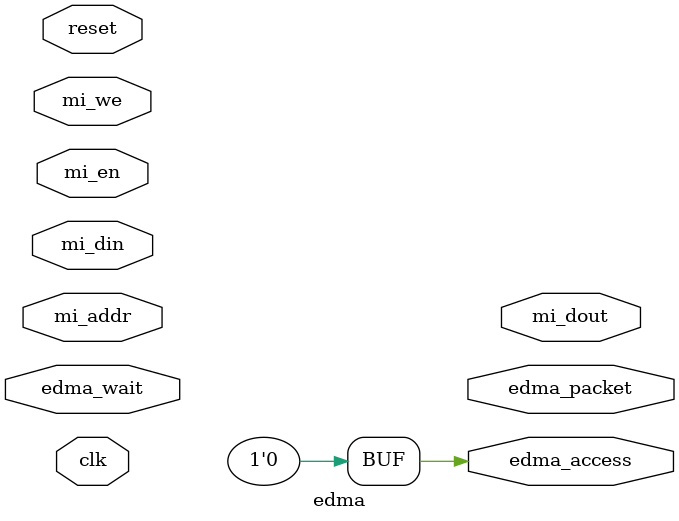
<source format=v>
module edma (/*AUTOARG*/
   // Outputs
   mi_dout, edma_access, edma_packet,
   // Inputs
   reset, clk, mi_en, mi_we, mi_addr, mi_din, edma_wait
   );

   /******************************/
   /*Compile Time Parameters     */
   /******************************/
   parameter RFAW            = 6;
   parameter AW              = 32;
   parameter DW              = 32;
   parameter PW              = 104;

   /******************************/
   /*HARDWARE RESET (EXTERNAL)   */
   /******************************/
   input 	     reset; 
   input 	     clk;

   /*****************************/
   /*REGISTER INTERFACE         */
   /*****************************/      
   input 	     mi_en;         
   input 	     mi_we; 
   input [RFAW+1:0]  mi_addr;
   input [63:0]      mi_din;
   output [31:0]     mi_dout;   
  
   /*****************************/
   /*DMA TRANSACTION            */
   /*****************************/
   output 	     edma_access;
   output [PW-1:0]   edma_packet;
   input 	     edma_wait;

   assign edma_access=1'b0;
   

   /*   

    //registers
   reg [AW-1:0]  edma_srcaddr_reg;
   reg [AW-1:0]  edma_dstaddr_reg;
   reg [AW-1:0]  edma_count_reg;
   reg [AW-1:0]  edma_stride_reg;
   reg [8:0]     edma_cfg_reg;
   reg [1:0]     edma_status_reg;
   reg [31:0] 	 mi_dout;
   
   //wires
   wire 	 edma_write;
   wire 	 edma_read;
   wire 	 edma_cfg_write ;
   wire 	 edma_srcaddr_write;
   wire 	 edma_dstaddr_write;
   wire 	 edma_stride_write;
   wire 	 edma_count_write;
   wire 	 edma_message;
   wire 	 edma_expired;
   wire          edma_last_tran;
   wire 	 edma_error;
   wire          edma_enable;
    
    
   //read/write decode
   assign edma_write  = mi_en &  mi_we;
   assign edma_read   = mi_en & ~mi_we;   

   //DMA configuration
   assign edma_cfg_write      = edma_write & (mi_addr[RFAW+1:2]==`EDMACFG);
   assign edma_srcaddr_write  = edma_write & (mi_addr[RFAW+1:2]==`EDMASRCADDR);
   assign edma_dstaddr_write  = edma_write & (mi_addr[RFAW+1:2]==`EDMADSTADDR);
   assign edma_count_write    = edma_write & (mi_addr[RFAW+1:2]==`EDMACOUNT);
   assign edma_stride_write   = edma_write & (mi_addr[RFAW+1:2]==`EDMASTRIDE);
   
   //###########################
   //# DMACFG
   //###########################
   always @ (posedge clk or posedge reset)
     if(reset)
       edma_cfg_reg[8:0] <= 'd0;   
     else if (edma_cfg_write)
       edma_cfg_reg[8:0] <= mi_din[8:0];

   assign edma_enable         = edma_cfg_reg[0];  //should be zero     
   assign edma_message        = edma_cfg_reg[8];

   assign edma_access         = edma_enable & ~edma_expired;   
   assign edma_write          = edma_cfg_reg[1];  //only 1 for test pattern   
   assign edma_datamode[1:0]  = edma_cfg_reg[3:2];
   assign edma_ctrlmode[3:0]  = (edma_message & edma_last_tran) ? 4'b1100 : edma_cfg_reg[7:4];

   //###########################
   //# DMASTATUS
   //###########################
   //Misalignment
   assign edma_error = ((edma_srcaddr_reg[0] | edma_dstaddr_reg[0]) & (edma_datamode[1:0]!=2'b00)) | //16/32/64
                       ((edma_srcaddr_reg[1] | edma_dstaddr_reg[1]) & (edma_datamode[1]))          | //32/64
                       ((edma_srcaddr_reg[2] | edma_dstaddr_reg[2]) & (edma_datamode[1:0]==2'b11));  //64


   always @ (posedge clk or posedge reset)
     if(reset)
       edma_status_reg[1:0] <= 'd0;   
     else if (edma_cfg_write)
       edma_status_reg[1:0] <= mi_din[1:0];
     else if (edma_enable)
       begin
	  edma_status_reg[0] <= edma_enable & ~edma_expired;//dma busy
	  edma_status_reg[1] <= edma_status_reg[1]  | (edma_enable & edma_error);
       end
        
   //###########################
   //# EDMASRCADDR
   //###########################
   always @ (posedge clk or posedge reset)
     if(reset)
       edma_srcaddr_reg[AW-1:0] <= 'd0;   
     else if (edma_srcaddr_write)
       edma_srcaddr_reg[AW-1:0] <= mi_din[AW-1:0];
     else if (edma_enable & ~edma_wait)
       edma_srcaddr_reg[AW-1:0] <= edma_srcaddr_reg[AW-1:0] + (1<<edma_datamode[1:0]);

   assign edma_srcaddr[31:0]  = edma_srcaddr_reg[31:0];
   //###########################
   //# EDMADSTADR
   //###########################
   always @ (posedge clk or posedge reset)
     if(reset)
       edma_dstaddr_reg[AW-1:0] <= 'd0;   
     else if (edma_dstaddr_write)
       edma_dstaddr_reg[AW-1:0] <= mi_din[AW-1:0];
     else if (edma_enable & ~edma_wait)
       edma_dstaddr_reg[AW-1:0] <= edma_dstaddr_reg[AW-1:0] + (1<<edma_datamode[1:0]);
   
   assign edma_dstaddr[31:0]  = edma_dstaddr_reg[31:0];

   //###########################
   //# EDMACOUNT
   //###########################
   always @ (posedge clk or posedge reset)
     if(reset)
       edma_count_reg[AW-1:0] <= 'd0;   
     else if (edma_count_write)
       edma_count_reg[AW-1:0] <= mi_din[AW-1:0];
     else if (edma_enable & ~edma_wait)
       edma_count_reg[AW-1:0] <= edma_count_reg[AW-1:0] - 1'b1;
   
   assign edma_last_tran = (edma_count_reg[AW-1:0]==32'b1);   
   assign edma_expired   = (edma_count_reg[AW-1:0]==32'b0);   

   //###########################
   //# EDMASTRIDE
   //###########################
   //NOTE: not supported yet, need to think about feature...
   always @ (posedge clk or posedge reset)
     if(reset)
       edma_stride_reg[AW-1:0] <= 'd0;   
     else if (edma_stride_write)
       edma_stride_reg[AW-1:0] <= mi_din[AW-1:0];
        
   //###########################
   //# DUMMY DATA
   //###########################
   assign edma_data[31:0]     = TEST_PATTERN;   
     
   
   //###########################
   //# PACKET CREATION
   //###########################
   emesh2packet e2p (
		     // Outputs
		     .packet_out	(edma_packet[PW-1:0]),
		     // Inputs
		     .access_in		(edma_access),
		     .write_in		(edma_write),
		     .datamode_in	(edma_datamode[1:0]),
		     .ctrlmode_in	(edma_ctrlmode[3:0]),
		     .dstaddr_in	(edma_dstaddr[AW-1:0]),
		     .data_in		(edma_data[DW-1:0]),
		     .srcaddr_in	(edma_srcaddr_in[AW-1:0]));
   
   
   //###############################
   //# DATA READBACK MUX
   //###############################

   //Pipelineing readback
   always @ (posedge clk)
     if(edma_read)
       case(mi_addr[RFAW+1:2])
         `EDMACFG:    mi_dout[31:0] <= {23'b0, edma_cfg_reg[8:0]};
	 `EDMASTATUS: mi_dout[31:0] <= {30'b0, edma_status_reg[1:0]};
	 `EDMASRCADDR:mi_dout[31:0] <= {edma_srcaddr_reg[31:0]};
	 `EDMADSTADDR:mi_dout[31:0] <= {edma_dstaddr_reg[31:0]};
	 `EDMACOUNT:  mi_dout[31:0] <= {edma_count_reg[31:0]};	         
         default:    mi_dout[31:0] <= 32'd0;
       endcase // case (mi_addr[RFAW+1:2])
     else
       begin
	  default:    mi_dout[31:0] <= 32'd0;
       end
*/
endmodule // edma
// Local Variables:
// verilog-library-directories:("." "../../common/hdl")
// End:


/*
  Copyright (C) 2013 Adapteva, Inc.
  Contributed by Andreas Olofsson <andreas@adapteva.com>
 
   This program is free software: you can redistribute it and/or modify
  it under the terms of the GNU General Public License as published by
  the Free Software Foundation, either version 3 of the License, or
  (at your option) any later version.This program is distributed in the hope 
  that it will be useful,but WITHOUT ANY WARRANTY; without even the implied 
  warranty of MERCHANTABILITY or FITNESS FOR A PARTICULAR PURPOSE.  See the
  GNU General Public License for more details. You should have received a copy 
  of the GNU General Public License along with this program (see the file 
  COPYING).  If not, see <http://www.gnu.org/licenses/>.
*/

</source>
